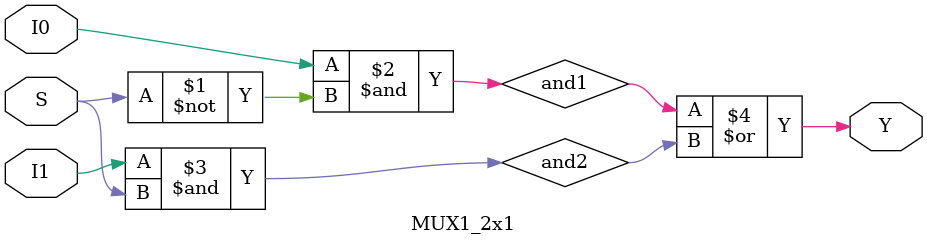
<source format=v>
module MUX32_32x1(Y, I0, I1, I2, I3, I4, I5, I6, I7,
                     I8, I9, I10, I11, I12, I13, I14, I15,
                     I16, I17, I18, I19, I20, I21, I22, I23,
                     I24, I25, I26, I27, I28, I29, I30, I31, S);
// output list
output [31:0] Y;
//input list
input [31:0] I0, I1, I2, I3, I4, I5, I6, I7;
input [31:0] I8, I9, I10, I11, I12, I13, I14, I15;
input [31:0] I16, I17, I18, I19, I20, I21, I22, I23;
input [31:0] I24, I25, I26, I27, I28, I29, I30, I31;
input [4:0] S;

// TBD
wire [31:0] mux32_16x1_res_1;
wire [31:0] mux32_16x1_res_2;

MUX32_16x1 inst1(mux_16x1_res_1, I0, I1, I2, I3, I4, I6, I6, I7, I8, I9, I10, I11, I12, I13, I14, I15, S[3:0]);
MUX32_16x1 inst2(mux_16x1_res_2, I16, I17, I18, I19, I20, I21, I22, I23, I24, I25, I26, I27, I28, I29, I30, I31, S[3:0]);
MUX32_2x1 inst6(Y, mux_16x1_res_1, mux_16x1_res_2, S[4]);

endmodule

// 32-bit 16x1 mux
module MUX32_16x1(Y, I0, I1, I2, I3, I4, I5, I6, I7,
                     I8, I9, I10, I11, I12, I13, I14, I15, S);
// output list
output [31:0] Y;
//input list
input [31:0] I0;
input [31:0] I1;
input [31:0] I2;
input [31:0] I3;
input [31:0] I4;
input [31:0] I5;
input [31:0] I6;
input [31:0] I7;
input [31:0] I8;
input [31:0] I9;
input [31:0] I10;
input [31:0] I11;
input [31:0] I12;
input [31:0] I13;
input [31:0] I14;
input [31:0] I15;
input [3:0] S;

// TBD
wire [31:0] mux32_8x1_res_1;
wire [31:0] mux32_8x1_res_2;

MUX32_8x1 inst1(mux_8x1_res_1, I0, I1, I2, I3, I4, I6, I6, I7, S[2:0]);
MUX32_8x1 inst2(mux_8x1_res_1, I8, I9, I10, I11, I12, I13, I14, I15, S[2:0]);
MUX32_2x1 inst5(Y, mux_8x1_res_1, mux_8x1_res_2, S[3]);

endmodule

// 32-bit 8x1 mux
module MUX32_8x1(Y, I0, I1, I2, I3, I4, I5, I6, I7, S);
// output list
output [31:0] Y;
//input list
input [31:0] I0;
input [31:0] I1;
input [31:0] I2;
input [31:0] I3;
input [31:0] I4;
input [31:0] I5;
input [31:0] I6;
input [31:0] I7;
input [2:0] S;

// TBD
wire [31:0] mux_4x1_res_1;
wire [31:0] mux_4x1_res_2;

MUX32_4x1 inst1(mux_4x1_res_1, I0, I1, I2, I3, S[1:0]);
MUX32_4x1 inst2(mux_4x1_res_2, I4, I5, I6, I7, S[1:0]);
MUX32_2x1 inst4(Y, mux_4x1_res_1, mux_4x1_res_2, S[2]);

endmodule

// 32-bit 4x1 mux
module MUX32_4x1(Y, I0, I1, I2, I3, S);
// output list
output [31:0] Y;
//input list
input [31:0] I0;
input [31:0] I1;
input [31:0] I2;
input [31:0] I3;
input [1:0] S;

// TBD
wire [31:0] mux_res_1;
wire [31:0] mux_res_2;

MUX32_2x1 mux_inst1(mux_res_1, I0, I1, S[0]);
MUX32_2x1 mux_inst2(mux_res_2, I2, I3, S[0]);
MUX32_2x1 mux_inst3(Y, mux_res_1, mux_res_2, S[1]);


endmodule

// 64-bit mux
module MUX64_2x1(Y, I0, I1, S);
// output list
output [63:0] Y;
//input list
input [63:0] I0;
input [63:0] I1;
input S;

// TBD
genvar i;

generate
for(i = 0; i < 64; i = i+1)
begin
	MUX1_2x1 mux_inst(Y[i], I0[i], I1[i], S);
end
endgenerate
endmodule

// 32-bit mux
module MUX32_2x1(Y, I0, I1, S);
// output list
output [31:0] Y;
//input list
input [31:0] I0;
input [31:0] I1;
input S;

// TBD
genvar i;

generate
for(i = 0; i < 32; i = i+1)
begin
	MUX1_2x1 mux_inst(Y[i], I0[i], I1[i], S);
end
endgenerate

endmodule

// 1-bit mux
module MUX1_2x1(Y,I0, I1, S);
//output list
output Y;
//input list
input I0, I1, S;

// TBD
wire and1;
wire and2;

and and_inst1(and1, I0, ~S);
and and_inst2(and2, I1, S);
or or_inst(Y, and1, and2);

endmodule
</source>
